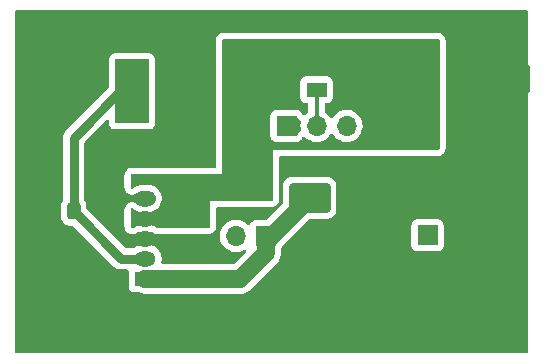
<source format=gtl>
G04 #@! TF.GenerationSoftware,KiCad,Pcbnew,(6.0.9)*
G04 #@! TF.CreationDate,2023-01-18T17:10:32+01:00*
G04 #@! TF.ProjectId,buck,6275636b-2e6b-4696-9361-645f70636258,rev?*
G04 #@! TF.SameCoordinates,Original*
G04 #@! TF.FileFunction,Copper,L1,Top*
G04 #@! TF.FilePolarity,Positive*
%FSLAX46Y46*%
G04 Gerber Fmt 4.6, Leading zero omitted, Abs format (unit mm)*
G04 Created by KiCad (PCBNEW (6.0.9)) date 2023-01-18 17:10:32*
%MOMM*%
%LPD*%
G01*
G04 APERTURE LIST*
G04 Aperture macros list*
%AMRoundRect*
0 Rectangle with rounded corners*
0 $1 Rounding radius*
0 $2 $3 $4 $5 $6 $7 $8 $9 X,Y pos of 4 corners*
0 Add a 4 corners polygon primitive as box body*
4,1,4,$2,$3,$4,$5,$6,$7,$8,$9,$2,$3,0*
0 Add four circle primitives for the rounded corners*
1,1,$1+$1,$2,$3*
1,1,$1+$1,$4,$5*
1,1,$1+$1,$6,$7*
1,1,$1+$1,$8,$9*
0 Add four rect primitives between the rounded corners*
20,1,$1+$1,$2,$3,$4,$5,0*
20,1,$1+$1,$4,$5,$6,$7,0*
20,1,$1+$1,$6,$7,$8,$9,0*
20,1,$1+$1,$8,$9,$2,$3,0*%
G04 Aperture macros list end*
G04 #@! TA.AperFunction,SMDPad,CuDef*
%ADD10RoundRect,0.250000X-1.500000X-1.000000X1.500000X-1.000000X1.500000X1.000000X-1.500000X1.000000X0*%
G04 #@! TD*
G04 #@! TA.AperFunction,SMDPad,CuDef*
%ADD11RoundRect,0.250000X-1.950000X-1.000000X1.950000X-1.000000X1.950000X1.000000X-1.950000X1.000000X0*%
G04 #@! TD*
G04 #@! TA.AperFunction,SMDPad,CuDef*
%ADD12R,2.900000X5.400000*%
G04 #@! TD*
G04 #@! TA.AperFunction,ComponentPad*
%ADD13C,5.400000*%
G04 #@! TD*
G04 #@! TA.AperFunction,SMDPad,CuDef*
%ADD14RoundRect,0.250000X-0.325000X-0.450000X0.325000X-0.450000X0.325000X0.450000X-0.325000X0.450000X0*%
G04 #@! TD*
G04 #@! TA.AperFunction,ComponentPad*
%ADD15R,1.800000X1.275000*%
G04 #@! TD*
G04 #@! TA.AperFunction,ComponentPad*
%ADD16O,1.800000X1.275000*%
G04 #@! TD*
G04 #@! TA.AperFunction,SMDPad,CuDef*
%ADD17R,1.700000X1.300000*%
G04 #@! TD*
G04 #@! TA.AperFunction,ComponentPad*
%ADD18R,1.700000X1.700000*%
G04 #@! TD*
G04 #@! TA.AperFunction,ComponentPad*
%ADD19O,1.700000X1.700000*%
G04 #@! TD*
G04 #@! TA.AperFunction,Conductor*
%ADD20C,1.500000*%
G04 #@! TD*
G04 #@! TA.AperFunction,Conductor*
%ADD21C,0.800000*%
G04 #@! TD*
G04 #@! TA.AperFunction,Conductor*
%ADD22C,0.350000*%
G04 #@! TD*
G04 APERTURE END LIST*
D10*
X134164000Y-98044000D03*
X140664000Y-98044000D03*
D11*
X142231000Y-88011000D03*
X150631000Y-88011000D03*
D12*
X119129000Y-89027000D03*
X129029000Y-89027000D03*
D13*
X113538000Y-85979000D03*
X149225000Y-105029000D03*
D14*
X112132000Y-99187000D03*
X114182000Y-99187000D03*
D15*
X120245000Y-104900000D03*
D16*
X120245000Y-103200000D03*
X120245000Y-101500000D03*
X120245000Y-99800000D03*
X120245000Y-98100000D03*
D17*
X134747000Y-85372000D03*
X134747000Y-88872000D03*
D18*
X130459000Y-101264000D03*
D19*
X127919000Y-101264000D03*
D18*
X144145000Y-101219000D03*
X132207000Y-91948000D03*
D19*
X134747000Y-91948000D03*
X137287000Y-91948000D03*
D20*
X120245000Y-104900000D02*
X128272000Y-104900000D01*
X128272000Y-104900000D02*
X130459000Y-102713000D01*
X130459000Y-101264000D02*
X130944000Y-101264000D01*
X130944000Y-101264000D02*
X134164000Y-98044000D01*
X130459000Y-102713000D02*
X130459000Y-101264000D01*
D21*
X114182000Y-99187000D02*
X114182000Y-92955000D01*
X118195000Y-103200000D02*
X114182000Y-99187000D01*
X118110000Y-89027000D02*
X119129000Y-89027000D01*
X120245000Y-103200000D02*
X118195000Y-103200000D01*
X114182000Y-92955000D02*
X118110000Y-89027000D01*
D22*
X134747000Y-91948000D02*
X134747000Y-88872000D01*
G04 #@! TA.AperFunction,Conductor*
G36*
X145103121Y-84602002D02*
G01*
X145149614Y-84655658D01*
X145161000Y-84708000D01*
X145161000Y-93854000D01*
X145140998Y-93922121D01*
X145087342Y-93968614D01*
X145035000Y-93980000D01*
X131064000Y-93980000D01*
X131064000Y-98172000D01*
X131043998Y-98240121D01*
X130990342Y-98286614D01*
X130938000Y-98298000D01*
X125730000Y-98298000D01*
X125730000Y-100458000D01*
X125709998Y-100526121D01*
X125656342Y-100572614D01*
X125604000Y-100584000D01*
X121240477Y-100584000D01*
X121172356Y-100563998D01*
X121162471Y-100556950D01*
X121134331Y-100534766D01*
X121129215Y-100532075D01*
X121129213Y-100532073D01*
X120953051Y-100439390D01*
X120953049Y-100439389D01*
X120947934Y-100436698D01*
X120911977Y-100425533D01*
X120752309Y-100375954D01*
X120752306Y-100375953D01*
X120746788Y-100374240D01*
X120732274Y-100372522D01*
X120579469Y-100354436D01*
X120579462Y-100354436D01*
X120575782Y-100354000D01*
X119929065Y-100354000D01*
X119844287Y-100361790D01*
X119778517Y-100367833D01*
X119778514Y-100367834D01*
X119772763Y-100368362D01*
X119767204Y-100369930D01*
X119767203Y-100369930D01*
X119575610Y-100423965D01*
X119575608Y-100423966D01*
X119570051Y-100425533D01*
X119564875Y-100428085D01*
X119564871Y-100428087D01*
X119504214Y-100458000D01*
X119381151Y-100518688D01*
X119376525Y-100522142D01*
X119376524Y-100522143D01*
X119327223Y-100558958D01*
X119260673Y-100583690D01*
X119251834Y-100584000D01*
X119125000Y-100584000D01*
X119056879Y-100563998D01*
X119010386Y-100510342D01*
X118999000Y-100458000D01*
X118999000Y-99043834D01*
X119019002Y-98975713D01*
X119072658Y-98929220D01*
X119142932Y-98919116D01*
X119203005Y-98944884D01*
X119355669Y-99065234D01*
X119360785Y-99067925D01*
X119360787Y-99067927D01*
X119536949Y-99160610D01*
X119542066Y-99163302D01*
X119547586Y-99165016D01*
X119737691Y-99224046D01*
X119737694Y-99224047D01*
X119743212Y-99225760D01*
X119748949Y-99226439D01*
X119910531Y-99245564D01*
X119910538Y-99245564D01*
X119914218Y-99246000D01*
X120560935Y-99246000D01*
X120645713Y-99238210D01*
X120711483Y-99232167D01*
X120711486Y-99232166D01*
X120717237Y-99231638D01*
X120722797Y-99230070D01*
X120914390Y-99176035D01*
X120914392Y-99176034D01*
X120919949Y-99174467D01*
X120925125Y-99171915D01*
X120925129Y-99171913D01*
X121103668Y-99083867D01*
X121108849Y-99081312D01*
X121277609Y-98955293D01*
X121420578Y-98800630D01*
X121450919Y-98752543D01*
X121529887Y-98627386D01*
X121529889Y-98627381D01*
X121532968Y-98622502D01*
X121611015Y-98426876D01*
X121612210Y-98420871D01*
X121650978Y-98225970D01*
X121650978Y-98225967D01*
X121652105Y-98220303D01*
X121652738Y-98172000D01*
X121654786Y-98015483D01*
X121654862Y-98009701D01*
X121653883Y-98004003D01*
X121620173Y-97807820D01*
X121620173Y-97807819D01*
X121619194Y-97802123D01*
X121546294Y-97604520D01*
X121438606Y-97423512D01*
X121299734Y-97265159D01*
X121248384Y-97224678D01*
X121138870Y-97138344D01*
X121138868Y-97138343D01*
X121134331Y-97134766D01*
X121129215Y-97132075D01*
X121129213Y-97132073D01*
X120953051Y-97039390D01*
X120953049Y-97039389D01*
X120947934Y-97036698D01*
X120911977Y-97025533D01*
X120752309Y-96975954D01*
X120752306Y-96975953D01*
X120746788Y-96974240D01*
X120732274Y-96972522D01*
X120579469Y-96954436D01*
X120579462Y-96954436D01*
X120575782Y-96954000D01*
X119929065Y-96954000D01*
X119844287Y-96961790D01*
X119778517Y-96967833D01*
X119778514Y-96967834D01*
X119772763Y-96968362D01*
X119767204Y-96969930D01*
X119767203Y-96969930D01*
X119575610Y-97023965D01*
X119575608Y-97023966D01*
X119570051Y-97025533D01*
X119564875Y-97028085D01*
X119564871Y-97028087D01*
X119386332Y-97116133D01*
X119381151Y-97118688D01*
X119212391Y-97244707D01*
X119209056Y-97248315D01*
X119145299Y-97278909D01*
X119074846Y-97270143D01*
X119020316Y-97224678D01*
X118999000Y-97154555D01*
X118999000Y-96138000D01*
X119019002Y-96069879D01*
X119072658Y-96023386D01*
X119125000Y-96012000D01*
X126746000Y-96012000D01*
X126746000Y-92846134D01*
X130848500Y-92846134D01*
X130855255Y-92908316D01*
X130906385Y-93044705D01*
X130993739Y-93161261D01*
X131110295Y-93248615D01*
X131246684Y-93299745D01*
X131308866Y-93306500D01*
X133105134Y-93306500D01*
X133167316Y-93299745D01*
X133303705Y-93248615D01*
X133420261Y-93161261D01*
X133507615Y-93044705D01*
X133529799Y-92985529D01*
X133551598Y-92927382D01*
X133594240Y-92870618D01*
X133660802Y-92845918D01*
X133730150Y-92861126D01*
X133764817Y-92889114D01*
X133793250Y-92921938D01*
X133965126Y-93064632D01*
X134158000Y-93177338D01*
X134366692Y-93257030D01*
X134371760Y-93258061D01*
X134371763Y-93258062D01*
X134479017Y-93279883D01*
X134585597Y-93301567D01*
X134590772Y-93301757D01*
X134590774Y-93301757D01*
X134803673Y-93309564D01*
X134803677Y-93309564D01*
X134808837Y-93309753D01*
X134813957Y-93309097D01*
X134813959Y-93309097D01*
X135025288Y-93282025D01*
X135025289Y-93282025D01*
X135030416Y-93281368D01*
X135035366Y-93279883D01*
X135239429Y-93218661D01*
X135239434Y-93218659D01*
X135244384Y-93217174D01*
X135444994Y-93118896D01*
X135626860Y-92989173D01*
X135785096Y-92831489D01*
X135799031Y-92812097D01*
X135915453Y-92650077D01*
X135916776Y-92651028D01*
X135963645Y-92607857D01*
X136033580Y-92595625D01*
X136099026Y-92623144D01*
X136126875Y-92654994D01*
X136186987Y-92753088D01*
X136333250Y-92921938D01*
X136505126Y-93064632D01*
X136698000Y-93177338D01*
X136906692Y-93257030D01*
X136911760Y-93258061D01*
X136911763Y-93258062D01*
X137019017Y-93279883D01*
X137125597Y-93301567D01*
X137130772Y-93301757D01*
X137130774Y-93301757D01*
X137343673Y-93309564D01*
X137343677Y-93309564D01*
X137348837Y-93309753D01*
X137353957Y-93309097D01*
X137353959Y-93309097D01*
X137565288Y-93282025D01*
X137565289Y-93282025D01*
X137570416Y-93281368D01*
X137575366Y-93279883D01*
X137779429Y-93218661D01*
X137779434Y-93218659D01*
X137784384Y-93217174D01*
X137984994Y-93118896D01*
X138166860Y-92989173D01*
X138325096Y-92831489D01*
X138339031Y-92812097D01*
X138452435Y-92654277D01*
X138455453Y-92650077D01*
X138476320Y-92607857D01*
X138552136Y-92454453D01*
X138552137Y-92454451D01*
X138554430Y-92449811D01*
X138619370Y-92236069D01*
X138648529Y-92014590D01*
X138650156Y-91948000D01*
X138631852Y-91725361D01*
X138577431Y-91508702D01*
X138488354Y-91303840D01*
X138367014Y-91116277D01*
X138216670Y-90951051D01*
X138212619Y-90947852D01*
X138212615Y-90947848D01*
X138045414Y-90815800D01*
X138045410Y-90815798D01*
X138041359Y-90812598D01*
X138034878Y-90809020D01*
X137944255Y-90758994D01*
X137845789Y-90704638D01*
X137840920Y-90702914D01*
X137840916Y-90702912D01*
X137640087Y-90631795D01*
X137640083Y-90631794D01*
X137635212Y-90630069D01*
X137630119Y-90629162D01*
X137630116Y-90629161D01*
X137420373Y-90591800D01*
X137420367Y-90591799D01*
X137415284Y-90590894D01*
X137341452Y-90589992D01*
X137197081Y-90588228D01*
X137197079Y-90588228D01*
X137191911Y-90588165D01*
X136971091Y-90621955D01*
X136758756Y-90691357D01*
X136728443Y-90707137D01*
X136600996Y-90773482D01*
X136560607Y-90794507D01*
X136556474Y-90797610D01*
X136556471Y-90797612D01*
X136386100Y-90925530D01*
X136381965Y-90928635D01*
X136378393Y-90932373D01*
X136270729Y-91045037D01*
X136227629Y-91090138D01*
X136120201Y-91247621D01*
X136065293Y-91292621D01*
X135994768Y-91300792D01*
X135931021Y-91269538D01*
X135910324Y-91245054D01*
X135829822Y-91120617D01*
X135829820Y-91120614D01*
X135827014Y-91116277D01*
X135676670Y-90951051D01*
X135672619Y-90947852D01*
X135672615Y-90947848D01*
X135505414Y-90815800D01*
X135505410Y-90815798D01*
X135501359Y-90812598D01*
X135495609Y-90809424D01*
X135495209Y-90809020D01*
X135492525Y-90807237D01*
X135492893Y-90806683D01*
X135445638Y-90758994D01*
X135430500Y-90699114D01*
X135430500Y-90156500D01*
X135450502Y-90088379D01*
X135504158Y-90041886D01*
X135556500Y-90030500D01*
X135645134Y-90030500D01*
X135707316Y-90023745D01*
X135843705Y-89972615D01*
X135960261Y-89885261D01*
X136047615Y-89768705D01*
X136098745Y-89632316D01*
X136105500Y-89570134D01*
X136105500Y-88173866D01*
X136098745Y-88111684D01*
X136047615Y-87975295D01*
X135960261Y-87858739D01*
X135843705Y-87771385D01*
X135707316Y-87720255D01*
X135645134Y-87713500D01*
X133848866Y-87713500D01*
X133786684Y-87720255D01*
X133650295Y-87771385D01*
X133533739Y-87858739D01*
X133446385Y-87975295D01*
X133395255Y-88111684D01*
X133388500Y-88173866D01*
X133388500Y-89570134D01*
X133395255Y-89632316D01*
X133446385Y-89768705D01*
X133533739Y-89885261D01*
X133650295Y-89972615D01*
X133786684Y-90023745D01*
X133848866Y-90030500D01*
X133937500Y-90030500D01*
X134005621Y-90050502D01*
X134052114Y-90104158D01*
X134063500Y-90156500D01*
X134063500Y-90699344D01*
X134043498Y-90767465D01*
X134013154Y-90800103D01*
X133841965Y-90928635D01*
X133785537Y-90987684D01*
X133761283Y-91013064D01*
X133699759Y-91048494D01*
X133628846Y-91045037D01*
X133571060Y-91003791D01*
X133552207Y-90970243D01*
X133510767Y-90859703D01*
X133507615Y-90851295D01*
X133420261Y-90734739D01*
X133303705Y-90647385D01*
X133167316Y-90596255D01*
X133105134Y-90589500D01*
X131308866Y-90589500D01*
X131246684Y-90596255D01*
X131110295Y-90647385D01*
X130993739Y-90734739D01*
X130906385Y-90851295D01*
X130855255Y-90987684D01*
X130848500Y-91049866D01*
X130848500Y-92846134D01*
X126746000Y-92846134D01*
X126746000Y-84708000D01*
X126766002Y-84639879D01*
X126819658Y-84593386D01*
X126872000Y-84582000D01*
X145035000Y-84582000D01*
X145103121Y-84602002D01*
G37*
G04 #@! TD.AperFunction*
G04 #@! TA.AperFunction,Conductor*
G36*
X152623621Y-82189502D02*
G01*
X152670114Y-82243158D01*
X152681500Y-82295500D01*
X152681500Y-111074500D01*
X152661498Y-111142621D01*
X152607842Y-111189114D01*
X152555500Y-111200500D01*
X109346500Y-111200500D01*
X109278379Y-111180498D01*
X109231886Y-111126842D01*
X109220500Y-111074500D01*
X109220500Y-99687400D01*
X113098500Y-99687400D01*
X113109474Y-99793166D01*
X113111655Y-99799702D01*
X113111655Y-99799704D01*
X113146952Y-99905500D01*
X113165450Y-99960946D01*
X113258522Y-100111348D01*
X113383697Y-100236305D01*
X113389927Y-100240145D01*
X113389928Y-100240146D01*
X113520880Y-100320866D01*
X113534262Y-100329115D01*
X113603750Y-100352163D01*
X113695611Y-100382632D01*
X113695613Y-100382632D01*
X113702139Y-100384797D01*
X113708975Y-100385497D01*
X113708978Y-100385498D01*
X113752031Y-100389909D01*
X113806600Y-100395500D01*
X114053497Y-100395500D01*
X114121618Y-100415502D01*
X114142592Y-100432405D01*
X117495019Y-103784832D01*
X117507860Y-103799865D01*
X117516134Y-103811253D01*
X117521043Y-103815673D01*
X117566959Y-103857016D01*
X117571744Y-103861557D01*
X117586259Y-103876072D01*
X117588823Y-103878148D01*
X117602216Y-103888994D01*
X117607231Y-103893278D01*
X117653145Y-103934619D01*
X117653150Y-103934623D01*
X117658056Y-103939040D01*
X117663772Y-103942340D01*
X117663776Y-103942343D01*
X117670237Y-103946073D01*
X117686533Y-103957273D01*
X117697470Y-103966129D01*
X117758421Y-103997185D01*
X117764215Y-104000331D01*
X117823444Y-104034527D01*
X117829726Y-104036568D01*
X117829728Y-104036569D01*
X117836826Y-104038875D01*
X117855092Y-104046440D01*
X117867630Y-104052829D01*
X117933701Y-104070533D01*
X117940003Y-104072400D01*
X118005072Y-104093542D01*
X118011637Y-104094232D01*
X118011646Y-104094234D01*
X118019075Y-104095015D01*
X118038509Y-104098617D01*
X118045714Y-104100547D01*
X118045716Y-104100547D01*
X118052097Y-104102257D01*
X118058688Y-104102602D01*
X118058692Y-104102603D01*
X118120384Y-104105836D01*
X118126958Y-104106353D01*
X118144116Y-104108156D01*
X118144118Y-104108156D01*
X118147390Y-104108500D01*
X118167926Y-104108500D01*
X118174520Y-104108673D01*
X118236218Y-104111907D01*
X118236223Y-104111907D01*
X118242810Y-104112252D01*
X118256708Y-104110051D01*
X118276417Y-104108500D01*
X118710500Y-104108500D01*
X118778621Y-104128502D01*
X118825114Y-104182158D01*
X118836500Y-104234500D01*
X118836500Y-105585634D01*
X118843255Y-105647816D01*
X118894385Y-105784205D01*
X118981739Y-105900761D01*
X119098295Y-105988115D01*
X119234684Y-106039245D01*
X119296866Y-106046000D01*
X119697057Y-106046000D01*
X119744053Y-106055093D01*
X119879783Y-106109656D01*
X119885275Y-106110793D01*
X119885277Y-106110794D01*
X120026489Y-106140038D01*
X120099767Y-106155213D01*
X120104378Y-106155479D01*
X120104379Y-106155479D01*
X120154952Y-106158395D01*
X120154956Y-106158395D01*
X120156775Y-106158500D01*
X128180604Y-106158500D01*
X128197051Y-106159578D01*
X128213516Y-106161746D01*
X128213520Y-106161746D01*
X128219086Y-106162479D01*
X128300489Y-106158640D01*
X128306424Y-106158500D01*
X128328999Y-106158500D01*
X128354989Y-106156181D01*
X128360248Y-106155822D01*
X128443488Y-106151896D01*
X128448947Y-106150646D01*
X128448952Y-106150645D01*
X128460970Y-106147892D01*
X128477899Y-106145211D01*
X128495762Y-106143617D01*
X128501178Y-106142135D01*
X128501180Y-106142135D01*
X128576133Y-106121630D01*
X128581251Y-106120344D01*
X128657000Y-106102995D01*
X128657002Y-106102994D01*
X128662470Y-106101742D01*
X128672970Y-106097263D01*
X128678967Y-106094706D01*
X128695142Y-106089073D01*
X128707039Y-106085818D01*
X128707043Y-106085817D01*
X128712451Y-106084337D01*
X128745192Y-106068720D01*
X128787667Y-106048461D01*
X128792476Y-106046290D01*
X128863949Y-106015804D01*
X128863950Y-106015804D01*
X128869109Y-106013603D01*
X128884110Y-106003749D01*
X128899025Y-105995346D01*
X128915218Y-105987622D01*
X128919769Y-105984352D01*
X128919772Y-105984350D01*
X128982881Y-105939001D01*
X128987232Y-105936011D01*
X129053010Y-105892804D01*
X129053018Y-105892798D01*
X129056874Y-105890265D01*
X129077662Y-105871743D01*
X129087939Y-105863510D01*
X129097654Y-105856529D01*
X129172062Y-105779746D01*
X129173451Y-105778336D01*
X131284263Y-103667525D01*
X131296654Y-103656657D01*
X131309848Y-103646533D01*
X131314292Y-103643123D01*
X131369158Y-103582826D01*
X131373257Y-103578531D01*
X131389198Y-103562590D01*
X131390995Y-103560441D01*
X131405932Y-103542577D01*
X131409400Y-103538602D01*
X131461712Y-103481112D01*
X131461719Y-103481103D01*
X131465485Y-103476964D01*
X131475014Y-103461773D01*
X131485089Y-103447907D01*
X131492996Y-103438451D01*
X131493003Y-103438441D01*
X131496594Y-103434146D01*
X131537887Y-103361752D01*
X131540592Y-103357232D01*
X131581886Y-103291404D01*
X131581888Y-103291401D01*
X131584864Y-103286656D01*
X131591552Y-103270021D01*
X131599012Y-103254589D01*
X131605120Y-103243881D01*
X131605124Y-103243872D01*
X131607899Y-103239007D01*
X131609768Y-103233730D01*
X131609770Y-103233725D01*
X131635715Y-103160458D01*
X131637580Y-103155522D01*
X131666566Y-103083416D01*
X131668656Y-103078217D01*
X131672294Y-103060650D01*
X131676899Y-103044156D01*
X131682889Y-103027241D01*
X131696359Y-102944990D01*
X131697319Y-102939811D01*
X131713276Y-102862758D01*
X131713276Y-102862757D01*
X131714213Y-102858233D01*
X131715815Y-102830452D01*
X131717262Y-102817347D01*
X131718286Y-102811090D01*
X131718286Y-102811086D01*
X131719194Y-102805543D01*
X131717516Y-102698736D01*
X131717500Y-102696757D01*
X131717500Y-102458874D01*
X131737502Y-102390753D01*
X131742661Y-102383327D01*
X131759615Y-102360705D01*
X131810745Y-102224316D01*
X131811714Y-102215394D01*
X131812036Y-102214620D01*
X131813425Y-102208777D01*
X131814370Y-102209002D01*
X131838953Y-102149834D01*
X131847882Y-102139905D01*
X131870653Y-102117134D01*
X142786500Y-102117134D01*
X142793255Y-102179316D01*
X142844385Y-102315705D01*
X142931739Y-102432261D01*
X143048295Y-102519615D01*
X143184684Y-102570745D01*
X143246866Y-102577500D01*
X145043134Y-102577500D01*
X145105316Y-102570745D01*
X145241705Y-102519615D01*
X145358261Y-102432261D01*
X145445615Y-102315705D01*
X145496745Y-102179316D01*
X145503500Y-102117134D01*
X145503500Y-100320866D01*
X145496745Y-100258684D01*
X145445615Y-100122295D01*
X145358261Y-100005739D01*
X145241705Y-99918385D01*
X145105316Y-99867255D01*
X145043134Y-99860500D01*
X143246866Y-99860500D01*
X143184684Y-99867255D01*
X143048295Y-99918385D01*
X142931739Y-100005739D01*
X142844385Y-100122295D01*
X142793255Y-100258684D01*
X142786500Y-100320866D01*
X142786500Y-102117134D01*
X131870653Y-102117134D01*
X134148382Y-99839405D01*
X134210694Y-99805379D01*
X134237477Y-99802500D01*
X135714400Y-99802500D01*
X135717646Y-99802163D01*
X135717650Y-99802163D01*
X135813308Y-99792238D01*
X135813312Y-99792237D01*
X135820166Y-99791526D01*
X135826702Y-99789345D01*
X135826704Y-99789345D01*
X135980998Y-99737868D01*
X135987946Y-99735550D01*
X136138348Y-99642478D01*
X136263305Y-99517303D01*
X136356115Y-99366738D01*
X136411797Y-99198861D01*
X136422500Y-99094400D01*
X136422500Y-96993600D01*
X136411526Y-96887834D01*
X136355550Y-96720054D01*
X136262478Y-96569652D01*
X136137303Y-96444695D01*
X136131072Y-96440854D01*
X135992968Y-96355725D01*
X135992966Y-96355724D01*
X135986738Y-96351885D01*
X135826254Y-96298655D01*
X135825389Y-96298368D01*
X135825387Y-96298368D01*
X135818861Y-96296203D01*
X135812025Y-96295503D01*
X135812022Y-96295502D01*
X135768969Y-96291091D01*
X135714400Y-96285500D01*
X132613600Y-96285500D01*
X132610354Y-96285837D01*
X132610350Y-96285837D01*
X132514692Y-96295762D01*
X132514688Y-96295763D01*
X132507834Y-96296474D01*
X132501298Y-96298655D01*
X132501296Y-96298655D01*
X132369194Y-96342728D01*
X132340054Y-96352450D01*
X132189652Y-96445522D01*
X132064695Y-96570697D01*
X131971885Y-96721262D01*
X131916203Y-96889139D01*
X131905500Y-96993600D01*
X131905500Y-98470522D01*
X131885498Y-98538643D01*
X131868595Y-98559617D01*
X130559617Y-99868595D01*
X130497305Y-99902621D01*
X130470522Y-99905500D01*
X129560866Y-99905500D01*
X129498684Y-99912255D01*
X129362295Y-99963385D01*
X129245739Y-100050739D01*
X129158385Y-100167295D01*
X129155233Y-100175703D01*
X129113919Y-100285907D01*
X129071277Y-100342671D01*
X129004716Y-100367371D01*
X128935367Y-100352163D01*
X128902743Y-100326476D01*
X128852151Y-100270875D01*
X128852142Y-100270866D01*
X128848670Y-100267051D01*
X128844619Y-100263852D01*
X128844615Y-100263848D01*
X128677414Y-100131800D01*
X128677410Y-100131798D01*
X128673359Y-100128598D01*
X128651482Y-100116521D01*
X128621136Y-100099769D01*
X128477789Y-100020638D01*
X128472920Y-100018914D01*
X128472916Y-100018912D01*
X128272087Y-99947795D01*
X128272083Y-99947794D01*
X128267212Y-99946069D01*
X128262119Y-99945162D01*
X128262116Y-99945161D01*
X128052373Y-99907800D01*
X128052367Y-99907799D01*
X128047284Y-99906894D01*
X127973452Y-99905992D01*
X127829081Y-99904228D01*
X127829079Y-99904228D01*
X127823911Y-99904165D01*
X127603091Y-99937955D01*
X127390756Y-100007357D01*
X127192607Y-100110507D01*
X127188474Y-100113610D01*
X127188471Y-100113612D01*
X127018100Y-100241530D01*
X127013965Y-100244635D01*
X126974525Y-100285907D01*
X126920280Y-100342671D01*
X126859629Y-100406138D01*
X126733743Y-100590680D01*
X126639688Y-100793305D01*
X126579989Y-101008570D01*
X126556251Y-101230695D01*
X126569110Y-101453715D01*
X126570247Y-101458761D01*
X126570248Y-101458767D01*
X126594304Y-101565508D01*
X126618222Y-101671639D01*
X126702266Y-101878616D01*
X126818987Y-102069088D01*
X126965250Y-102237938D01*
X127137126Y-102380632D01*
X127330000Y-102493338D01*
X127538692Y-102573030D01*
X127543760Y-102574061D01*
X127543763Y-102574062D01*
X127604643Y-102586448D01*
X127757597Y-102617567D01*
X127762772Y-102617757D01*
X127762774Y-102617757D01*
X127975673Y-102625564D01*
X127975677Y-102625564D01*
X127980837Y-102625753D01*
X127985957Y-102625097D01*
X127985959Y-102625097D01*
X128197288Y-102598025D01*
X128197289Y-102598025D01*
X128202416Y-102597368D01*
X128238814Y-102586448D01*
X128411429Y-102534661D01*
X128411434Y-102534659D01*
X128416384Y-102533174D01*
X128452508Y-102515477D01*
X128604349Y-102441091D01*
X128674323Y-102429084D01*
X128739680Y-102456814D01*
X128779670Y-102515477D01*
X128781596Y-102586448D01*
X128748878Y-102643335D01*
X127787615Y-103604597D01*
X127725305Y-103638621D01*
X127698522Y-103641500D01*
X121741746Y-103641500D01*
X121673625Y-103621498D01*
X121627132Y-103567842D01*
X121618167Y-103490920D01*
X121652105Y-103320303D01*
X121652484Y-103291404D01*
X121653562Y-103209031D01*
X121654862Y-103109701D01*
X121653883Y-103104003D01*
X121620173Y-102907820D01*
X121620173Y-102907819D01*
X121619194Y-102902123D01*
X121546294Y-102704520D01*
X121499433Y-102625753D01*
X121441562Y-102528480D01*
X121441560Y-102528477D01*
X121438606Y-102523512D01*
X121299734Y-102365159D01*
X121237002Y-102315705D01*
X121138870Y-102238344D01*
X121138868Y-102238343D01*
X121134331Y-102234766D01*
X121129215Y-102232075D01*
X121129213Y-102232073D01*
X120953051Y-102139390D01*
X120953049Y-102139389D01*
X120947934Y-102136698D01*
X120911977Y-102125533D01*
X120752309Y-102075954D01*
X120752306Y-102075953D01*
X120746788Y-102074240D01*
X120732274Y-102072522D01*
X120579469Y-102054436D01*
X120579462Y-102054436D01*
X120575782Y-102054000D01*
X119929065Y-102054000D01*
X119844287Y-102061790D01*
X119778517Y-102067833D01*
X119778514Y-102067834D01*
X119772763Y-102068362D01*
X119767204Y-102069930D01*
X119767203Y-102069930D01*
X119575610Y-102123965D01*
X119575608Y-102123966D01*
X119570051Y-102125533D01*
X119564875Y-102128085D01*
X119564871Y-102128087D01*
X119386332Y-102216133D01*
X119381151Y-102218688D01*
X119376525Y-102222142D01*
X119376524Y-102222143D01*
X119317179Y-102266458D01*
X119250629Y-102291190D01*
X119241790Y-102291500D01*
X118623503Y-102291500D01*
X118555382Y-102271498D01*
X118534408Y-102254595D01*
X116737813Y-100458000D01*
X118485500Y-100458000D01*
X118497234Y-100567149D01*
X118497952Y-100570449D01*
X118497952Y-100570450D01*
X118504961Y-100602669D01*
X118508620Y-100619491D01*
X118543290Y-100723657D01*
X118622308Y-100846612D01*
X118668801Y-100900268D01*
X118672194Y-100903208D01*
X118772450Y-100990081D01*
X118772453Y-100990083D01*
X118779261Y-100995982D01*
X118912210Y-101056698D01*
X118935236Y-101063459D01*
X118976008Y-101075431D01*
X118976012Y-101075432D01*
X118980331Y-101076700D01*
X118984780Y-101077340D01*
X118984786Y-101077341D01*
X119120553Y-101096861D01*
X119120558Y-101096861D01*
X119125000Y-101097500D01*
X119251834Y-101097500D01*
X119252269Y-101097492D01*
X119252313Y-101097492D01*
X119266691Y-101097239D01*
X119269832Y-101097184D01*
X119270277Y-101097168D01*
X119270292Y-101097168D01*
X119278113Y-101096894D01*
X119278159Y-101096892D01*
X119278671Y-101096874D01*
X119282274Y-101096684D01*
X119291654Y-101096191D01*
X119291660Y-101096190D01*
X119296698Y-101095925D01*
X119301636Y-101094857D01*
X119435156Y-101065977D01*
X119435158Y-101065976D01*
X119439552Y-101065026D01*
X119506102Y-101040294D01*
X119634463Y-100970402D01*
X119641309Y-100965290D01*
X119660967Y-100953243D01*
X119675654Y-100946000D01*
X119688355Y-100939737D01*
X119758893Y-100927616D01*
X119910531Y-100945564D01*
X119910538Y-100945564D01*
X119914218Y-100946000D01*
X120560935Y-100946000D01*
X120717237Y-100931638D01*
X120722805Y-100930068D01*
X120724233Y-100929803D01*
X120794858Y-100937055D01*
X120805859Y-100942183D01*
X120841039Y-100960692D01*
X120846116Y-100963363D01*
X120863045Y-100974069D01*
X120864361Y-100975056D01*
X120874246Y-100982104D01*
X120894738Y-100995982D01*
X121027687Y-101056698D01*
X121050713Y-101063459D01*
X121091485Y-101075431D01*
X121091489Y-101075432D01*
X121095808Y-101076700D01*
X121100257Y-101077340D01*
X121100263Y-101077341D01*
X121236030Y-101096861D01*
X121236035Y-101096861D01*
X121240477Y-101097500D01*
X125604000Y-101097500D01*
X125607346Y-101097140D01*
X125607351Y-101097140D01*
X125709785Y-101086128D01*
X125709792Y-101086127D01*
X125713149Y-101085766D01*
X125716450Y-101085048D01*
X125762210Y-101075094D01*
X125762215Y-101075093D01*
X125765491Y-101074380D01*
X125869657Y-101039710D01*
X125992612Y-100960692D01*
X126013971Y-100942185D01*
X126042875Y-100917139D01*
X126046268Y-100914199D01*
X126101888Y-100850010D01*
X126136081Y-100810550D01*
X126136083Y-100810547D01*
X126141982Y-100803739D01*
X126202698Y-100670790D01*
X126222700Y-100602669D01*
X126227333Y-100570450D01*
X126242861Y-100462447D01*
X126242861Y-100462442D01*
X126243500Y-100458000D01*
X126243500Y-98937500D01*
X126263502Y-98869379D01*
X126317158Y-98822886D01*
X126369500Y-98811500D01*
X130938000Y-98811500D01*
X130941346Y-98811140D01*
X130941351Y-98811140D01*
X131043785Y-98800128D01*
X131043792Y-98800127D01*
X131047149Y-98799766D01*
X131050450Y-98799048D01*
X131096210Y-98789094D01*
X131096215Y-98789093D01*
X131099491Y-98788380D01*
X131203657Y-98753710D01*
X131326612Y-98674692D01*
X131333918Y-98668362D01*
X131376875Y-98631139D01*
X131380268Y-98628199D01*
X131414253Y-98588978D01*
X131470081Y-98524550D01*
X131470083Y-98524547D01*
X131475982Y-98517739D01*
X131536698Y-98384790D01*
X131556700Y-98316669D01*
X131560367Y-98291169D01*
X131576861Y-98176447D01*
X131576861Y-98176442D01*
X131577500Y-98172000D01*
X131577500Y-94619500D01*
X131597502Y-94551379D01*
X131651158Y-94504886D01*
X131703500Y-94493500D01*
X145035000Y-94493500D01*
X145038346Y-94493140D01*
X145038351Y-94493140D01*
X145140785Y-94482128D01*
X145140792Y-94482127D01*
X145144149Y-94481766D01*
X145147450Y-94481048D01*
X145193210Y-94471094D01*
X145193215Y-94471093D01*
X145196491Y-94470380D01*
X145300657Y-94435710D01*
X145423612Y-94356692D01*
X145477268Y-94310199D01*
X145485297Y-94300933D01*
X145567081Y-94206550D01*
X145567083Y-94206547D01*
X145572982Y-94199739D01*
X145633698Y-94066790D01*
X145653700Y-93998669D01*
X145674500Y-93854000D01*
X145674500Y-84708000D01*
X145662766Y-84598851D01*
X145662048Y-84595550D01*
X145652094Y-84549790D01*
X145652093Y-84549785D01*
X145651380Y-84546509D01*
X145616710Y-84442343D01*
X145537692Y-84319388D01*
X145491199Y-84265732D01*
X145481933Y-84257703D01*
X145387550Y-84175919D01*
X145387547Y-84175917D01*
X145380739Y-84170018D01*
X145247790Y-84109302D01*
X145224036Y-84102327D01*
X145183992Y-84090569D01*
X145183988Y-84090568D01*
X145179669Y-84089300D01*
X145175220Y-84088660D01*
X145175214Y-84088659D01*
X145039447Y-84069139D01*
X145039442Y-84069139D01*
X145035000Y-84068500D01*
X126872000Y-84068500D01*
X126868654Y-84068860D01*
X126868649Y-84068860D01*
X126766215Y-84079872D01*
X126766208Y-84079873D01*
X126762851Y-84080234D01*
X126759551Y-84080952D01*
X126759550Y-84080952D01*
X126713790Y-84090906D01*
X126713785Y-84090907D01*
X126710509Y-84091620D01*
X126606343Y-84126290D01*
X126483388Y-84205308D01*
X126429732Y-84251801D01*
X126426792Y-84255194D01*
X126339919Y-84355450D01*
X126339917Y-84355453D01*
X126334018Y-84362261D01*
X126273302Y-84495210D01*
X126253300Y-84563331D01*
X126252660Y-84567780D01*
X126252659Y-84567786D01*
X126248193Y-84598851D01*
X126232500Y-84708000D01*
X126232500Y-95372500D01*
X126212498Y-95440621D01*
X126158842Y-95487114D01*
X126106500Y-95498500D01*
X119125000Y-95498500D01*
X119121654Y-95498860D01*
X119121649Y-95498860D01*
X119019215Y-95509872D01*
X119019208Y-95509873D01*
X119015851Y-95510234D01*
X119012551Y-95510952D01*
X119012550Y-95510952D01*
X118966790Y-95520906D01*
X118966785Y-95520907D01*
X118963509Y-95521620D01*
X118859343Y-95556290D01*
X118736388Y-95635308D01*
X118682732Y-95681801D01*
X118679792Y-95685194D01*
X118592919Y-95785450D01*
X118592917Y-95785453D01*
X118587018Y-95792261D01*
X118526302Y-95925210D01*
X118506300Y-95993331D01*
X118485500Y-96138000D01*
X118485500Y-97154555D01*
X118507698Y-97303901D01*
X118529014Y-97374024D01*
X118531003Y-97378220D01*
X118589762Y-97502178D01*
X118589764Y-97502181D01*
X118593687Y-97510457D01*
X118691482Y-97619077D01*
X118746012Y-97664542D01*
X118870449Y-97741210D01*
X119011443Y-97779714D01*
X119015902Y-97780269D01*
X119015903Y-97780269D01*
X119077434Y-97787925D01*
X119077436Y-97787925D01*
X119081896Y-97788480D01*
X119228022Y-97785702D01*
X119367451Y-97741868D01*
X119431208Y-97711274D01*
X119432477Y-97710592D01*
X119467429Y-97691803D01*
X119467434Y-97691800D01*
X119472668Y-97688986D01*
X119501146Y-97665868D01*
X119518747Y-97654967D01*
X119519631Y-97656151D01*
X119641310Y-97565289D01*
X119660969Y-97553242D01*
X119744463Y-97512067D01*
X119765984Y-97503806D01*
X119855600Y-97478532D01*
X119878269Y-97474331D01*
X119943109Y-97468373D01*
X119946853Y-97468029D01*
X119958382Y-97467500D01*
X120538062Y-97467500D01*
X120552871Y-97468373D01*
X120612164Y-97475391D01*
X120628081Y-97477275D01*
X120650635Y-97482069D01*
X120739548Y-97509677D01*
X120760841Y-97518498D01*
X120843240Y-97561850D01*
X120862572Y-97574404D01*
X120935679Y-97632037D01*
X120952405Y-97647910D01*
X121013793Y-97717910D01*
X121027345Y-97736562D01*
X121074947Y-97816574D01*
X121084871Y-97837380D01*
X121117095Y-97924727D01*
X121123063Y-97946999D01*
X121138829Y-98038754D01*
X121140637Y-98061733D01*
X121139419Y-98154823D01*
X121137010Y-98177750D01*
X121132064Y-98202616D01*
X121118846Y-98269062D01*
X121112297Y-98291169D01*
X121077797Y-98377644D01*
X121067329Y-98398188D01*
X121017652Y-98476923D01*
X121003614Y-98495218D01*
X120940424Y-98563576D01*
X120923289Y-98579005D01*
X120848691Y-98634710D01*
X120829032Y-98646757D01*
X120813462Y-98654436D01*
X120801646Y-98660263D01*
X120731107Y-98672384D01*
X120579469Y-98654436D01*
X120579462Y-98654436D01*
X120575782Y-98654000D01*
X119929065Y-98654000D01*
X119772763Y-98668362D01*
X119767199Y-98669931D01*
X119765765Y-98670197D01*
X119695140Y-98662944D01*
X119684153Y-98657824D01*
X119646760Y-98638151D01*
X119627431Y-98625598D01*
X119626427Y-98624806D01*
X119580979Y-98588978D01*
X119524158Y-98544184D01*
X119524155Y-98544182D01*
X119520909Y-98541623D01*
X119405431Y-98472967D01*
X119374234Y-98459585D01*
X119349147Y-98448824D01*
X119349143Y-98448823D01*
X119345358Y-98447199D01*
X119256466Y-98422214D01*
X119224333Y-98413182D01*
X119224331Y-98413182D01*
X119216010Y-98410843D01*
X119069852Y-98410843D01*
X119046073Y-98414262D01*
X119004034Y-98420306D01*
X119004030Y-98420307D01*
X118999578Y-98420947D01*
X118995266Y-98422213D01*
X118995262Y-98422214D01*
X118904638Y-98448824D01*
X118859343Y-98462124D01*
X118851764Y-98466994D01*
X118851761Y-98466996D01*
X118821080Y-98486714D01*
X118736388Y-98541142D01*
X118732993Y-98544084D01*
X118732990Y-98544086D01*
X118700683Y-98572080D01*
X118682732Y-98587635D01*
X118679792Y-98591028D01*
X118592919Y-98691284D01*
X118592917Y-98691287D01*
X118587018Y-98698095D01*
X118526302Y-98831044D01*
X118506300Y-98899165D01*
X118505660Y-98903614D01*
X118505659Y-98903620D01*
X118500788Y-98937500D01*
X118485500Y-99043834D01*
X118485500Y-100458000D01*
X116737813Y-100458000D01*
X115302405Y-99022592D01*
X115268379Y-98960280D01*
X115265500Y-98933497D01*
X115265500Y-98686600D01*
X115264517Y-98677122D01*
X115255238Y-98587692D01*
X115255237Y-98587688D01*
X115254526Y-98580834D01*
X115251606Y-98572080D01*
X115200868Y-98420002D01*
X115198550Y-98413054D01*
X115109356Y-98268919D01*
X115090500Y-98202616D01*
X115090500Y-93383503D01*
X115110502Y-93315382D01*
X115127405Y-93294408D01*
X116955405Y-91466408D01*
X117017717Y-91432382D01*
X117088532Y-91437447D01*
X117145368Y-91479994D01*
X117170179Y-91546514D01*
X117170500Y-91555503D01*
X117170500Y-91775134D01*
X117177255Y-91837316D01*
X117228385Y-91973705D01*
X117315739Y-92090261D01*
X117432295Y-92177615D01*
X117568684Y-92228745D01*
X117630866Y-92235500D01*
X120627134Y-92235500D01*
X120689316Y-92228745D01*
X120825705Y-92177615D01*
X120942261Y-92090261D01*
X121029615Y-91973705D01*
X121080745Y-91837316D01*
X121087500Y-91775134D01*
X121087500Y-86278866D01*
X121080745Y-86216684D01*
X121029615Y-86080295D01*
X120942261Y-85963739D01*
X120825705Y-85876385D01*
X120689316Y-85825255D01*
X120627134Y-85818500D01*
X117630866Y-85818500D01*
X117568684Y-85825255D01*
X117432295Y-85876385D01*
X117315739Y-85963739D01*
X117228385Y-86080295D01*
X117177255Y-86216684D01*
X117170500Y-86278866D01*
X117170500Y-88629497D01*
X117150498Y-88697618D01*
X117133595Y-88718592D01*
X113597168Y-92255019D01*
X113582135Y-92267860D01*
X113570747Y-92276134D01*
X113566327Y-92281043D01*
X113524984Y-92326959D01*
X113520443Y-92331744D01*
X113505928Y-92346259D01*
X113503852Y-92348823D01*
X113493006Y-92362216D01*
X113488722Y-92367231D01*
X113447381Y-92413145D01*
X113447377Y-92413150D01*
X113442960Y-92418056D01*
X113439660Y-92423772D01*
X113439657Y-92423776D01*
X113435927Y-92430237D01*
X113424727Y-92446533D01*
X113415871Y-92457470D01*
X113384815Y-92518421D01*
X113381669Y-92524215D01*
X113347473Y-92583444D01*
X113345432Y-92589726D01*
X113345431Y-92589728D01*
X113343125Y-92596826D01*
X113335560Y-92615092D01*
X113329171Y-92627630D01*
X113327463Y-92634003D01*
X113327463Y-92634004D01*
X113311469Y-92693695D01*
X113309600Y-92700003D01*
X113288458Y-92765072D01*
X113287768Y-92771637D01*
X113287766Y-92771646D01*
X113286985Y-92779075D01*
X113283383Y-92798509D01*
X113281453Y-92805714D01*
X113279743Y-92812097D01*
X113279398Y-92818688D01*
X113279397Y-92818692D01*
X113276164Y-92880384D01*
X113275647Y-92886958D01*
X113273844Y-92904116D01*
X113273500Y-92907390D01*
X113273500Y-92927926D01*
X113273327Y-92934520D01*
X113269748Y-93002810D01*
X113270780Y-93009325D01*
X113271949Y-93016705D01*
X113273500Y-93036417D01*
X113273500Y-98202342D01*
X113254760Y-98268458D01*
X113174793Y-98398188D01*
X113164885Y-98414262D01*
X113145955Y-98471336D01*
X113121825Y-98544086D01*
X113109203Y-98582139D01*
X113098500Y-98686600D01*
X113098500Y-99687400D01*
X109220500Y-99687400D01*
X109220500Y-82295500D01*
X109240502Y-82227379D01*
X109294158Y-82180886D01*
X109346500Y-82169500D01*
X152555500Y-82169500D01*
X152623621Y-82189502D01*
G37*
G04 #@! TD.AperFunction*
G04 #@! TA.AperFunction,Conductor*
G36*
X133037055Y-91123002D02*
G01*
X133083182Y-91175864D01*
X133104552Y-91221812D01*
X133105740Y-91223926D01*
X133121131Y-91251313D01*
X133123405Y-91255360D01*
X133124744Y-91257365D01*
X133163230Y-91315016D01*
X133163233Y-91315020D01*
X133167070Y-91320767D01*
X133272737Y-91421745D01*
X133276398Y-91424358D01*
X133276399Y-91424359D01*
X133294736Y-91437447D01*
X133330523Y-91462991D01*
X133363060Y-91479811D01*
X133414387Y-91528861D01*
X133431048Y-91597875D01*
X133426614Y-91625411D01*
X133407989Y-91692570D01*
X133384251Y-91914695D01*
X133384548Y-91919848D01*
X133384548Y-91919851D01*
X133387653Y-91973705D01*
X133397110Y-92137715D01*
X133425128Y-92262036D01*
X133428680Y-92277799D01*
X133424144Y-92348650D01*
X133382023Y-92405802D01*
X133365963Y-92416188D01*
X133310167Y-92446534D01*
X133287202Y-92459024D01*
X133280821Y-92465383D01*
X133280819Y-92465385D01*
X133227605Y-92518421D01*
X133183680Y-92562199D01*
X133141038Y-92618963D01*
X133138877Y-92622905D01*
X133138873Y-92622911D01*
X133081496Y-92727571D01*
X133031209Y-92777689D01*
X132971010Y-92793000D01*
X131488000Y-92793000D01*
X131419879Y-92772998D01*
X131373386Y-92719342D01*
X131362000Y-92667000D01*
X131362000Y-91229000D01*
X131382002Y-91160879D01*
X131435658Y-91114386D01*
X131488000Y-91103000D01*
X132968934Y-91103000D01*
X133037055Y-91123002D01*
G37*
G04 #@! TD.AperFunction*
M02*

</source>
